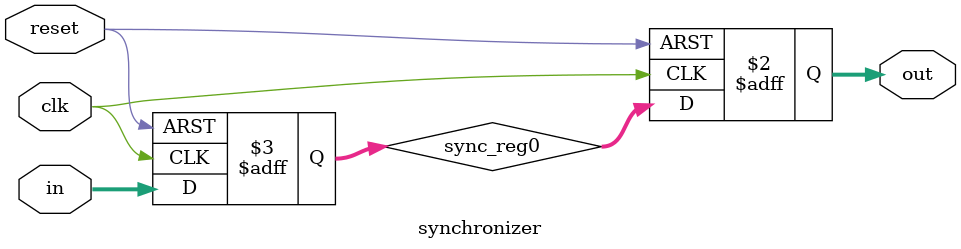
<source format=v>
/*
 #######################################################
 # Synchronizer circuit
 #######################################################
  */
module synchronizer (/*AUTOARG*/
   // Outputs
   out,
   // Inputs
   in, clk, reset
   );

   parameter DW = 32;
   
   //Input Side   
   input  [DW-1:0] in;   
   input           clk;
   input 	   reset;
   
   //Output Side
   output [DW-1:0] out;

   //Three stages
   reg [DW-1:0] sync_reg0;
   reg [DW-1:0] out;
     
   //We use two flip-flops for metastability improvement
   always @ (posedge clk or posedge reset)
     if(reset)
       begin
	  sync_reg0[DW-1:0] <= {(DW){1'b0}};
	  out[DW-1:0]       <= {(DW){1'b0}};
	 end
     else
       begin
	  sync_reg0[DW-1:0] <= in[DW-1:0];
	  out[DW-1:0]       <= sync_reg0[DW-1:0];
       end
   

endmodule // synchronizer

/*
  Copyright (C) 2013 Adapteva, Inc.
  Contributed by Andreas Olofsson <support@adapteva.com>

  This program is free software: you can redistribute it and/or modify
  it under the terms of the GNU General Public License as published by
  the Free Software Foundation, either version 3 of the License, or
  (at your option) any later version.

  This program is distributed in the hope that it will be useful,
  but WITHOUT ANY WARRANTY; without even the implied warranty of
  MERCHANTABILITY or FITNESS FOR A PARTICULAR PURPOSE.  See the
  GNU General Public License for more details.

  You should have received a copy of the GNU General Public License
  along with this program (see the file COPYING).  If not, see
  <http://www.gnu.org/licenses/>.
*/

</source>
